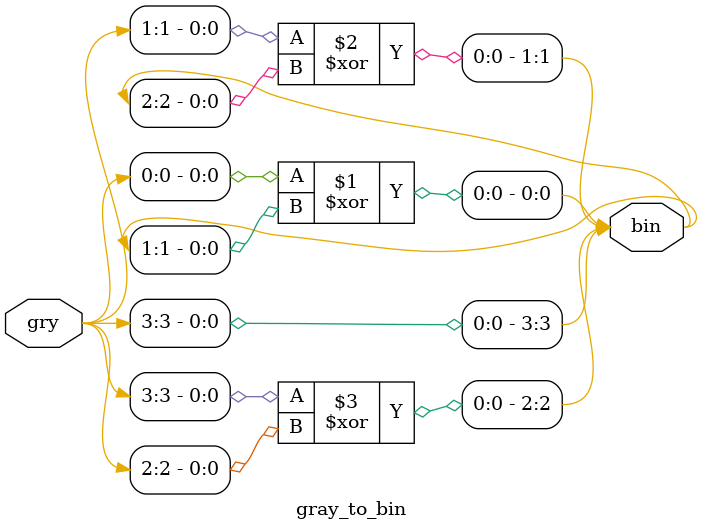
<source format=v>
module gray_to_bin(gry,bin);
input [3:0]gry;
output [3:0]bin;


assign bin[0]=gry[0]^bin[1];
assign bin[1]=gry[1]^bin[2];
assign bin[2]=bin[3]^gry[2];
assign bin[3]=gry[3];
endmodule
</source>
